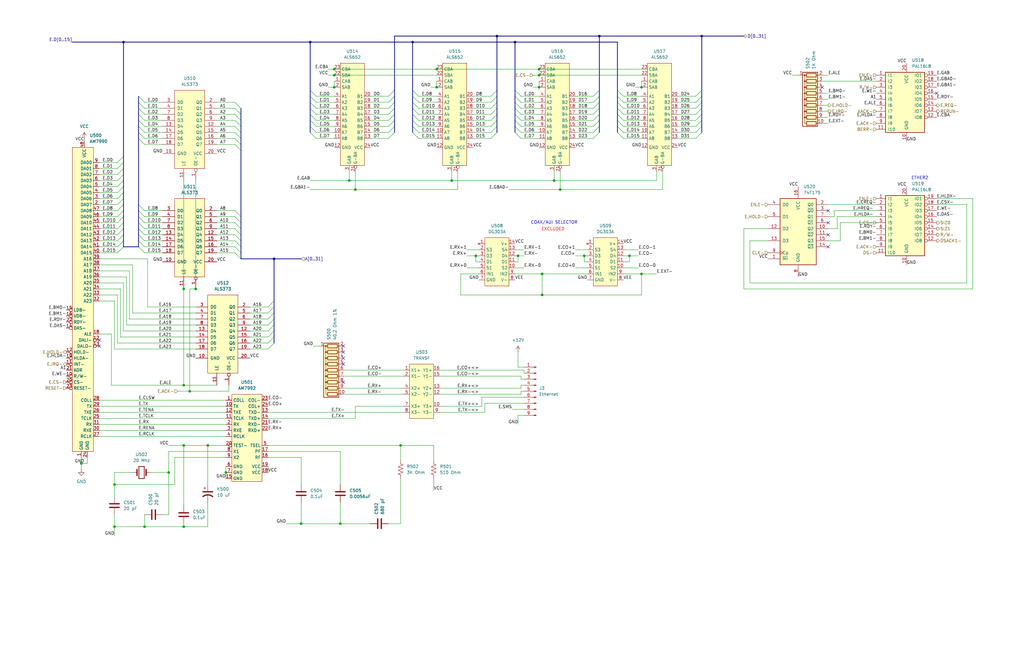
<source format=kicad_sch>
(kicad_sch (version 20231120) (generator "eeschema") (generator_version "8.0")
  (paper "USLedger")
  (title_block (title "Ethernet") (date "2025-03-07") (rev "1"))
  (junction (at 184.15 29.21))
  (junction (at 77.47 187.96))
  (junction (at 295.91 15.24))
  (junction (at 115.57 109.22))
  (junction (at 87.63 187.96))
  (junction (at 48.26 222.25))
  (junction (at 140.97 29.21))
  (junction (at 252.73 15.24))
  (junction (at 149.86 80.01))
  (junction (at 227.33 36.83))
  (junction (at 217.17 17.78))
  (junction (at 184.15 36.83))
  (junction (at 130.81 17.78))
  (junction (at 71.12 199.39))
  (junction (at 147.32 76.2))
  (junction (at 60.96 222.25))
  (junction (at 190.5 76.2))
  (junction (at 265.43 107.95))
  (junction (at 246.38 107.95))
  (junction (at 95.25 199.39))
  (junction (at 233.68 76.2))
  (junction (at 228.6 115.57))
  (junction (at 227.33 29.21))
  (junction (at 48.26 204.47))
  (junction (at 82.55 121.92))
  (junction (at 270.51 36.83))
  (junction (at 236.22 80.01))
  (junction (at 228.6 124.46))
  (junction (at 127 220.98))
  (junction (at 140.97 36.83))
  (junction (at 200.66 107.95))
  (junction (at 143.51 220.98))
  (junction (at 77.47 222.25))
  (junction (at 77.47 162.56))
  (junction (at 168.91 187.96))
  (junction (at 218.44 107.95))
  (junction (at 52.07 17.78))
  (junction (at 227.33 31.75))
  (junction (at 80.01 165.1))
  (junction (at 140.97 31.75))
  (junction (at 77.47 121.92))
  (junction (at 173.99 17.78))
  (junction (at 34.29 195.58))
  (junction (at 209.55 15.24))
  (junction (at 270.51 115.57))
  (no_connect (at 144.78 148.59))
  (no_connect (at 349.25 93.98))
  (no_connect (at 41.91 146.05))
  (no_connect (at 349.25 104.14))
  (no_connect (at 144.78 153.67))
  (no_connect (at 144.78 161.29))
  (no_connect (at 346.71 36.83))
  (no_connect (at 41.91 143.51))
  (no_connect (at 144.78 146.05))
  (no_connect (at 349.25 99.06))
  (no_connect (at 394.97 39.37))
  (no_connect (at 144.78 151.13))
  (no_connect (at 349.25 88.9))
  (bus_entry (at 99.06 50.8) (size 2.54 2.54))
  (bus_entry (at 113.03 137.16) (size 2.54 -2.54))
  (bus_entry (at 217.17 50.8) (size 2.54 2.54))
  (bus_entry (at 163.83 48.26) (size 2.54 -2.54))
  (bus_entry (at 58.42 50.8) (size 2.54 2.54))
  (bus_entry (at 113.03 139.7) (size 2.54 -2.54))
  (bus_entry (at 250.19 48.26) (size 2.54 -2.54))
  (bus_entry (at 163.83 40.64) (size 2.54 -2.54))
  (bus_entry (at 173.99 43.18) (size 2.54 2.54))
  (bus_entry (at 163.83 43.18) (size 2.54 -2.54))
  (bus_entry (at 260.35 43.18) (size 2.54 2.54))
  (bus_entry (at 207.01 48.26) (size 2.54 -2.54))
  (bus_entry (at 173.99 38.1) (size 2.54 2.54))
  (bus_entry (at 52.07 81.28) (size -2.54 2.54))
  (bus_entry (at 99.06 96.52) (size 2.54 2.54))
  (bus_entry (at 99.06 43.18) (size 2.54 2.54))
  (bus_entry (at 58.42 93.98) (size 2.54 2.54))
  (bus_entry (at 163.83 45.72) (size 2.54 -2.54))
  (bus_entry (at 250.19 53.34) (size 2.54 -2.54))
  (bus_entry (at 130.81 55.88) (size 2.54 2.54))
  (bus_entry (at 130.81 48.26) (size 2.54 2.54))
  (bus_entry (at 293.37 50.8) (size 2.54 -2.54))
  (bus_entry (at 173.99 40.64) (size 2.54 2.54))
  (bus_entry (at 250.19 43.18) (size 2.54 -2.54))
  (bus_entry (at 293.37 58.42) (size 2.54 -2.54))
  (bus_entry (at 173.99 55.88) (size 2.54 2.54))
  (bus_entry (at 52.07 101.6) (size -2.54 2.54))
  (bus_entry (at 293.37 55.88) (size 2.54 -2.54))
  (bus_entry (at 52.07 66.04) (size -2.54 2.54))
  (bus_entry (at 173.99 50.8) (size 2.54 2.54))
  (bus_entry (at 207.01 45.72) (size 2.54 -2.54))
  (bus_entry (at 113.03 132.08) (size 2.54 -2.54))
  (bus_entry (at 207.01 53.34) (size 2.54 -2.54))
  (bus_entry (at 260.35 45.72) (size 2.54 2.54))
  (bus_entry (at 207.01 58.42) (size 2.54 -2.54))
  (bus_entry (at 163.83 53.34) (size 2.54 -2.54))
  (bus_entry (at 130.81 38.1) (size 2.54 2.54))
  (bus_entry (at 217.17 55.88) (size 2.54 2.54))
  (bus_entry (at 99.06 45.72) (size 2.54 2.54))
  (bus_entry (at 250.19 55.88) (size 2.54 -2.54))
  (bus_entry (at 113.03 129.54) (size 2.54 -2.54))
  (bus_entry (at 52.07 93.98) (size -2.54 2.54))
  (bus_entry (at 113.03 142.24) (size 2.54 -2.54))
  (bus_entry (at 207.01 40.64) (size 2.54 -2.54))
  (bus_entry (at 217.17 48.26) (size 2.54 2.54))
  (bus_entry (at 163.83 55.88) (size 2.54 -2.54))
  (bus_entry (at 58.42 53.34) (size 2.54 2.54))
  (bus_entry (at 250.19 40.64) (size 2.54 -2.54))
  (bus_entry (at 260.35 50.8) (size 2.54 2.54))
  (bus_entry (at 207.01 50.8) (size 2.54 -2.54))
  (bus_entry (at 99.06 60.96) (size 2.54 2.54))
  (bus_entry (at 293.37 43.18) (size 2.54 -2.54))
  (bus_entry (at 52.07 68.58) (size -2.54 2.54))
  (bus_entry (at 99.06 99.06) (size 2.54 2.54))
  (bus_entry (at 217.17 38.1) (size 2.54 2.54))
  (bus_entry (at 173.99 48.26) (size 2.54 2.54))
  (bus_entry (at 58.42 55.88) (size 2.54 2.54))
  (bus_entry (at 217.17 40.64) (size 2.54 2.54))
  (bus_entry (at 130.81 50.8) (size 2.54 2.54))
  (bus_entry (at 52.07 78.74) (size -2.54 2.54))
  (bus_entry (at 130.81 43.18) (size 2.54 2.54))
  (bus_entry (at 113.03 134.62) (size 2.54 -2.54))
  (bus_entry (at 260.35 48.26) (size 2.54 2.54))
  (bus_entry (at 52.07 91.44) (size -2.54 2.54))
  (bus_entry (at 52.07 99.06) (size -2.54 2.54))
  (bus_entry (at 99.06 104.14) (size 2.54 2.54))
  (bus_entry (at 99.06 91.44) (size 2.54 2.54))
  (bus_entry (at 293.37 45.72) (size 2.54 -2.54))
  (bus_entry (at 58.42 48.26) (size 2.54 2.54))
  (bus_entry (at 58.42 101.6) (size 2.54 2.54))
  (bus_entry (at 99.06 101.6) (size 2.54 2.54))
  (bus_entry (at 52.07 86.36) (size -2.54 2.54))
  (bus_entry (at 250.19 45.72) (size 2.54 -2.54))
  (bus_entry (at 217.17 43.18) (size 2.54 2.54))
  (bus_entry (at 99.06 48.26) (size 2.54 2.54))
  (bus_entry (at 130.81 45.72) (size 2.54 2.54))
  (bus_entry (at 99.06 58.42) (size 2.54 2.54))
  (bus_entry (at 58.42 45.72) (size 2.54 2.54))
  (bus_entry (at 173.99 45.72) (size 2.54 2.54))
  (bus_entry (at 99.06 53.34) (size 2.54 2.54))
  (bus_entry (at 130.81 40.64) (size 2.54 2.54))
  (bus_entry (at 52.07 76.2) (size -2.54 2.54))
  (bus_entry (at 163.83 50.8) (size 2.54 -2.54))
  (bus_entry (at 52.07 104.14) (size -2.54 2.54))
  (bus_entry (at 173.99 53.34) (size 2.54 2.54))
  (bus_entry (at 293.37 40.64) (size 2.54 -2.54))
  (bus_entry (at 58.42 88.9) (size 2.54 2.54))
  (bus_entry (at 250.19 50.8) (size 2.54 -2.54))
  (bus_entry (at 113.03 144.78) (size 2.54 -2.54))
  (bus_entry (at 99.06 106.68) (size 2.54 2.54))
  (bus_entry (at 260.35 40.64) (size 2.54 2.54))
  (bus_entry (at 130.81 53.34) (size 2.54 2.54))
  (bus_entry (at 113.03 147.32) (size 2.54 -2.54))
  (bus_entry (at 58.42 99.06) (size 2.54 2.54))
  (bus_entry (at 52.07 71.12) (size -2.54 2.54))
  (bus_entry (at 52.07 88.9) (size -2.54 2.54))
  (bus_entry (at 58.42 104.14) (size 2.54 2.54))
  (bus_entry (at 217.17 45.72) (size 2.54 2.54))
  (bus_entry (at 58.42 43.18) (size 2.54 2.54))
  (bus_entry (at 207.01 43.18) (size 2.54 -2.54))
  (bus_entry (at 58.42 86.36) (size 2.54 2.54))
  (bus_entry (at 52.07 96.52) (size -2.54 2.54))
  (bus_entry (at 217.17 53.34) (size 2.54 2.54))
  (bus_entry (at 260.35 38.1) (size 2.54 2.54))
  (bus_entry (at 58.42 91.44) (size 2.54 2.54))
  (bus_entry (at 163.83 58.42) (size 2.54 -2.54))
  (bus_entry (at 99.06 55.88) (size 2.54 2.54))
  (bus_entry (at 58.42 40.64) (size 2.54 2.54))
  (bus_entry (at 250.19 58.42) (size 2.54 -2.54))
  (bus_entry (at 260.35 53.34) (size 2.54 2.54))
  (bus_entry (at 58.42 96.52) (size 2.54 2.54))
  (bus_entry (at 52.07 73.66) (size -2.54 2.54))
  (bus_entry (at 207.01 55.88) (size 2.54 -2.54))
  (bus_entry (at 99.06 93.98) (size 2.54 2.54))
  (bus_entry (at 99.06 88.9) (size 2.54 2.54))
  (bus_entry (at 260.35 55.88) (size 2.54 2.54))
  (bus_entry (at 58.42 58.42) (size 2.54 2.54))
  (bus_entry (at 293.37 48.26) (size 2.54 -2.54))
  (bus_entry (at 293.37 53.34) (size 2.54 -2.54))
  (bus_entry (at 52.07 83.82) (size -2.54 2.54))
  (wire (pts (xy 168.91 194.31) (xy 168.91 187.96)))
  (wire (pts (xy 407.67 119.38) (xy 407.67 86.36)))
  (bus (pts (xy 101.6 99.06) (xy 101.6 101.6)))
  (wire (pts (xy 74.93 165.1) (xy 80.01 165.1)))
  (bus (pts (xy 58.42 43.18) (xy 58.42 45.72)))
  (wire (pts (xy 41.91 140.97) (xy 46.99 140.97)))
  (wire (pts (xy 217.17 105.41) (xy 220.98 105.41)))
  (bus (pts (xy 295.91 40.64) (xy 295.91 43.18)))
  (wire (pts (xy 60.96 93.98) (xy 68.58 93.98)))
  (bus (pts (xy 313.69 15.24) (xy 295.91 15.24)))
  (bus (pts (xy 173.99 43.18) (xy 173.99 40.64)))
  (wire (pts (xy 60.96 55.88) (xy 68.58 55.88)))
  (wire (pts (xy 41.91 93.98) (xy 49.53 93.98)))
  (wire (pts (xy 91.44 104.14) (xy 99.06 104.14)))
  (wire (pts (xy 77.47 222.25) (xy 87.63 222.25)))
  (wire (pts (xy 242.57 43.18) (xy 250.19 43.18)))
  (wire (pts (xy 77.47 187.96) (xy 77.47 213.36)))
  (wire (pts (xy 219.71 53.34) (xy 227.33 53.34)))
  (bus (pts (xy 209.55 40.64) (xy 209.55 38.1)))
  (wire (pts (xy 196.85 107.95) (xy 200.66 107.95)))
  (bus (pts (xy 52.07 104.14) (xy 58.42 104.14)))
  (wire (pts (xy 262.89 105.41) (xy 269.24 105.41)))
  (wire (pts (xy 156.21 43.18) (xy 163.83 43.18)))
  (wire (pts (xy 50.8 142.24) (xy 82.55 142.24)))
  (wire (pts (xy 105.41 142.24) (xy 113.03 142.24)))
  (bus (pts (xy 209.55 53.34) (xy 209.55 50.8)))
  (bus (pts (xy 217.17 53.34) (xy 217.17 50.8)))
  (wire (pts (xy 60.96 58.42) (xy 68.58 58.42)))
  (wire (pts (xy 91.44 88.9) (xy 99.06 88.9)))
  (wire (pts (xy 346.71 34.29) (xy 369.57 34.29)))
  (wire (pts (xy 218.44 107.95) (xy 220.98 107.95)))
  (bus (pts (xy 252.73 48.26) (xy 252.73 45.72)))
  (wire (pts (xy 91.44 99.06) (xy 99.06 99.06)))
  (wire (pts (xy 156.21 50.8) (xy 163.83 50.8)))
  (bus (pts (xy 115.57 109.22) (xy 127 109.22)))
  (wire (pts (xy 62.23 109.22) (xy 62.23 129.54)))
  (wire (pts (xy 133.35 53.34) (xy 140.97 53.34)))
  (wire (pts (xy 127 220.98) (xy 143.51 220.98)))
  (wire (pts (xy 242.57 50.8) (xy 250.19 50.8)))
  (bus (pts (xy 101.6 48.26) (xy 101.6 50.8)))
  (wire (pts (xy 41.91 179.07) (xy 95.25 179.07)))
  (bus (pts (xy 260.35 17.78) (xy 217.17 17.78)))
  (bus (pts (xy 166.37 38.1) (xy 166.37 15.24)))
  (wire (pts (xy 242.57 58.42) (xy 250.19 58.42)))
  (wire (pts (xy 143.51 220.98) (xy 156.21 220.98)))
  (wire (pts (xy 105.41 147.32) (xy 113.03 147.32)))
  (wire (pts (xy 105.41 132.08) (xy 113.03 132.08)))
  (wire (pts (xy 71.12 217.17) (xy 68.58 217.17)))
  (wire (pts (xy 219.71 162.56) (xy 220.98 162.56)))
  (wire (pts (xy 48.26 147.32) (xy 82.55 147.32)))
  (wire (pts (xy 48.26 222.25) (xy 60.96 222.25)))
  (bus (pts (xy 217.17 43.18) (xy 217.17 40.64)))
  (wire (pts (xy 163.83 220.98) (xy 168.91 220.98)))
  (wire (pts (xy 120.65 220.98) (xy 127 220.98)))
  (wire (pts (xy 219.71 48.26) (xy 227.33 48.26)))
  (wire (pts (xy 267.97 36.83) (xy 270.51 36.83)))
  (bus (pts (xy 115.57 139.7) (xy 115.57 142.24)))
  (wire (pts (xy 168.91 220.98) (xy 168.91 201.93)))
  (wire (pts (xy 80.01 165.1) (xy 80.01 121.92)))
  (bus (pts (xy 173.99 40.64) (xy 173.99 38.1)))
  (bus (pts (xy 130.81 55.88) (xy 130.81 53.34)))
  (wire (pts (xy 80.01 165.1) (xy 96.52 165.1)))
  (wire (pts (xy 156.21 53.34) (xy 163.83 53.34)))
  (bus (pts (xy 260.35 53.34) (xy 260.35 50.8)))
  (bus (pts (xy 52.07 17.78) (xy 52.07 66.04)))
  (wire (pts (xy 262.89 53.34) (xy 270.51 53.34)))
  (bus (pts (xy 115.57 127) (xy 115.57 129.54)))
  (bus (pts (xy 209.55 45.72) (xy 209.55 43.18)))
  (wire (pts (xy 41.91 76.2) (xy 49.53 76.2)))
  (wire (pts (xy 41.91 81.28) (xy 49.53 81.28)))
  (wire (pts (xy 184.15 34.29) (xy 184.15 36.83)))
  (wire (pts (xy 60.96 222.25) (xy 60.96 217.17)))
  (bus (pts (xy 52.07 76.2) (xy 52.07 78.74)))
  (bus (pts (xy 52.07 91.44) (xy 52.07 93.98)))
  (wire (pts (xy 349.25 46.99) (xy 346.71 46.99)))
  (bus (pts (xy 52.07 86.36) (xy 52.07 88.9)))
  (wire (pts (xy 349.25 52.07) (xy 346.71 52.07)))
  (bus (pts (xy 173.99 48.26) (xy 173.99 45.72)))
  (wire (pts (xy 140.97 29.21) (xy 184.15 29.21)))
  (wire (pts (xy 41.91 99.06) (xy 49.53 99.06)))
  (wire (pts (xy 349.25 49.53) (xy 346.71 49.53)))
  (wire (pts (xy 176.53 53.34) (xy 184.15 53.34)))
  (wire (pts (xy 242.57 107.95) (xy 246.38 107.95)))
  (wire (pts (xy 113.03 196.85) (xy 113.03 199.39)))
  (wire (pts (xy 140.97 31.75) (xy 184.15 31.75)))
  (wire (pts (xy 133.35 43.18) (xy 140.97 43.18)))
  (bus (pts (xy 252.73 45.72) (xy 252.73 43.18)))
  (bus (pts (xy 58.42 93.98) (xy 58.42 96.52)))
  (wire (pts (xy 233.68 76.2) (xy 276.86 76.2)))
  (bus (pts (xy 115.57 134.62) (xy 115.57 137.16)))
  (wire (pts (xy 194.31 115.57) (xy 194.31 124.46)))
  (wire (pts (xy 184.15 29.21) (xy 227.33 29.21)))
  (wire (pts (xy 156.21 55.88) (xy 163.83 55.88)))
  (wire (pts (xy 219.71 163.83) (xy 219.71 162.56)))
  (wire (pts (xy 353.06 96.52) (xy 353.06 91.44)))
  (wire (pts (xy 41.91 91.44) (xy 49.53 91.44)))
  (wire (pts (xy 323.85 96.52) (xy 313.69 96.52)))
  (bus (pts (xy 52.07 88.9) (xy 52.07 91.44)))
  (wire (pts (xy 217.17 107.95) (xy 218.44 107.95)))
  (wire (pts (xy 91.44 93.98) (xy 99.06 93.98)))
  (wire (pts (xy 176.53 40.64) (xy 184.15 40.64)))
  (wire (pts (xy 196.85 105.41) (xy 201.93 105.41)))
  (bus (pts (xy 101.6 45.72) (xy 101.6 48.26)))
  (bus (pts (xy 52.07 73.66) (xy 52.07 76.2)))
  (wire (pts (xy 349.25 44.45) (xy 346.71 44.45)))
  (wire (pts (xy 48.26 204.47) (xy 73.66 204.47)))
  (bus (pts (xy 173.99 45.72) (xy 173.99 43.18)))
  (wire (pts (xy 52.07 139.7) (xy 82.55 139.7)))
  (bus (pts (xy 209.55 55.88) (xy 209.55 53.34)))
  (wire (pts (xy 41.91 127) (xy 48.26 127)))
  (wire (pts (xy 262.89 107.95) (xy 265.43 107.95)))
  (wire (pts (xy 316.23 101.6) (xy 316.23 119.38)))
  (wire (pts (xy 41.91 71.12) (xy 49.53 71.12)))
  (wire (pts (xy 127 204.47) (xy 127 193.04)))
  (wire (pts (xy 349.25 86.36) (xy 369.57 86.36)))
  (wire (pts (xy 77.47 162.56) (xy 91.44 162.56)))
  (wire (pts (xy 77.47 187.96) (xy 87.63 187.96)))
  (bus (pts (xy 209.55 48.26) (xy 209.55 45.72)))
  (wire (pts (xy 60.96 48.26) (xy 68.58 48.26)))
  (wire (pts (xy 246.38 107.95) (xy 246.38 110.49)))
  (wire (pts (xy 182.88 194.31) (xy 182.88 187.96)))
  (wire (pts (xy 127 220.98) (xy 127 212.09)))
  (bus (pts (xy 52.07 96.52) (xy 52.07 99.06)))
  (bus (pts (xy 101.6 58.42) (xy 101.6 60.96)))
  (wire (pts (xy 87.63 222.25) (xy 87.63 212.09)))
  (bus (pts (xy 260.35 40.64) (xy 260.35 38.1)))
  (wire (pts (xy 138.43 31.75) (xy 140.97 31.75)))
  (wire (pts (xy 262.89 50.8) (xy 270.51 50.8)))
  (wire (pts (xy 185.42 163.83) (xy 219.71 163.83)))
  (wire (pts (xy 41.91 109.22) (xy 62.23 109.22)))
  (wire (pts (xy 73.66 193.04) (xy 95.25 193.04)))
  (wire (pts (xy 80.01 121.92) (xy 82.55 121.92)))
  (wire (pts (xy 218.44 179.07) (xy 218.44 175.26)))
  (wire (pts (xy 91.44 60.96) (xy 99.06 60.96)))
  (bus (pts (xy 252.73 38.1) (xy 252.73 15.24)))
  (wire (pts (xy 49.53 124.46) (xy 49.53 144.78)))
  (bus (pts (xy 130.81 48.26) (xy 130.81 45.72)))
  (wire (pts (xy 91.44 48.26) (xy 99.06 48.26)))
  (bus (pts (xy 130.81 45.72) (xy 130.81 43.18)))
  (bus (pts (xy 295.91 53.34) (xy 295.91 55.88)))
  (bus (pts (xy 101.6 53.34) (xy 101.6 55.88)))
  (wire (pts (xy 95.25 196.85) (xy 95.25 199.39)))
  (wire (pts (xy 246.38 107.95) (xy 247.65 107.95)))
  (wire (pts (xy 227.33 34.29) (xy 227.33 36.83)))
  (wire (pts (xy 185.42 156.21) (xy 220.98 156.21)))
  (bus (pts (xy 260.35 55.88) (xy 260.35 53.34)))
  (bus (pts (xy 295.91 50.8) (xy 295.91 53.34)))
  (wire (pts (xy 132.08 146.05) (xy 134.62 146.05)))
  (wire (pts (xy 87.63 187.96) (xy 87.63 204.47)))
  (wire (pts (xy 236.22 80.01) (xy 236.22 72.39)))
  (wire (pts (xy 351.79 88.9) (xy 369.57 88.9)))
  (wire (pts (xy 203.2 167.64) (xy 220.98 167.64)))
  (wire (pts (xy 185.42 171.45) (xy 203.2 171.45)))
  (wire (pts (xy 270.51 115.57) (xy 262.89 115.57)))
  (bus (pts (xy 101.6 91.44) (xy 101.6 93.98)))
  (wire (pts (xy 91.44 96.52) (xy 99.06 96.52)))
  (wire (pts (xy 71.12 199.39) (xy 71.12 217.17)))
  (bus (pts (xy 166.37 43.18) (xy 166.37 40.64)))
  (wire (pts (xy 91.44 53.34) (xy 99.06 53.34)))
  (bus (pts (xy 101.6 101.6) (xy 101.6 104.14)))
  (bus (pts (xy 52.07 101.6) (xy 52.07 104.14)))
  (wire (pts (xy 60.96 60.96) (xy 68.58 60.96)))
  (wire (pts (xy 219.71 40.64) (xy 227.33 40.64)))
  (bus (pts (xy 295.91 48.26) (xy 295.91 50.8)))
  (wire (pts (xy 71.12 199.39) (xy 71.12 190.5)))
  (wire (pts (xy 35.56 58.42) (xy 35.56 59.69)))
  (wire (pts (xy 147.32 76.2) (xy 190.5 76.2)))
  (wire (pts (xy 214.63 80.01) (xy 236.22 80.01)))
  (wire (pts (xy 285.75 45.72) (xy 293.37 45.72)))
  (wire (pts (xy 87.63 187.96) (xy 95.25 187.96)))
  (wire (pts (xy 190.5 76.2) (xy 233.68 76.2)))
  (wire (pts (xy 394.97 86.36) (xy 407.67 86.36)))
  (wire (pts (xy 144.78 163.83) (xy 170.18 163.83)))
  (wire (pts (xy 176.53 58.42) (xy 184.15 58.42)))
  (bus (pts (xy 52.07 99.06) (xy 52.07 101.6)))
  (bus (pts (xy 209.55 15.24) (xy 252.73 15.24)))
  (wire (pts (xy 349.25 101.6) (xy 354.33 101.6)))
  (wire (pts (xy 34.29 195.58) (xy 36.83 195.58)))
  (wire (pts (xy 262.89 55.88) (xy 270.51 55.88)))
  (wire (pts (xy 218.44 148.59) (xy 218.44 154.94)))
  (wire (pts (xy 219.71 43.18) (xy 227.33 43.18)))
  (wire (pts (xy 91.44 43.18) (xy 99.06 43.18)))
  (bus (pts (xy 260.35 38.1) (xy 260.35 17.78)))
  (wire (pts (xy 219.71 160.02) (xy 220.98 160.02)))
  (bus (pts (xy 260.35 48.26) (xy 260.35 45.72)))
  (wire (pts (xy 63.5 199.39) (xy 71.12 199.39)))
  (wire (pts (xy 130.81 76.2) (xy 147.32 76.2)))
  (wire (pts (xy 285.75 58.42) (xy 293.37 58.42)))
  (wire (pts (xy 334.01 31.75) (xy 336.55 31.75)))
  (wire (pts (xy 95.25 199.39) (xy 95.25 201.93)))
  (wire (pts (xy 193.04 80.01) (xy 193.04 72.39)))
  (wire (pts (xy 53.34 137.16) (xy 82.55 137.16)))
  (bus (pts (xy 209.55 50.8) (xy 209.55 48.26)))
  (wire (pts (xy 144.78 158.75) (xy 170.18 158.75)))
  (wire (pts (xy 143.51 190.5) (xy 113.03 190.5)))
  (wire (pts (xy 60.96 45.72) (xy 68.58 45.72)))
  (wire (pts (xy 41.91 104.14) (xy 49.53 104.14)))
  (wire (pts (xy 156.21 48.26) (xy 163.83 48.26)))
  (wire (pts (xy 149.86 171.45) (xy 170.18 171.45)))
  (bus (pts (xy 217.17 55.88) (xy 217.17 53.34)))
  (wire (pts (xy 105.41 129.54) (xy 113.03 129.54)))
  (bus (pts (xy 166.37 45.72) (xy 166.37 43.18)))
  (wire (pts (xy 60.96 104.14) (xy 68.58 104.14)))
  (wire (pts (xy 34.29 198.12) (xy 34.29 195.58)))
  (wire (pts (xy 41.91 116.84) (xy 53.34 116.84)))
  (wire (pts (xy 228.6 124.46) (xy 270.51 124.46)))
  (wire (pts (xy 204.47 170.18) (xy 220.98 170.18)))
  (wire (pts (xy 276.86 76.2) (xy 276.86 72.39)))
  (bus (pts (xy 52.07 66.04) (xy 52.07 68.58)))
  (wire (pts (xy 133.35 55.88) (xy 140.97 55.88)))
  (bus (pts (xy 101.6 104.14) (xy 101.6 106.68)))
  (wire (pts (xy 354.33 101.6) (xy 354.33 93.98)))
  (wire (pts (xy 219.71 50.8) (xy 227.33 50.8)))
  (wire (pts (xy 41.91 119.38) (xy 52.07 119.38)))
  (wire (pts (xy 228.6 124.46) (xy 228.6 115.57)))
  (wire (pts (xy 279.4 80.01) (xy 279.4 72.39)))
  (wire (pts (xy 133.35 40.64) (xy 140.97 40.64)))
  (bus (pts (xy 252.73 55.88) (xy 252.73 53.34)))
  (bus (pts (xy 52.07 71.12) (xy 52.07 73.66)))
  (wire (pts (xy 60.96 96.52) (xy 68.58 96.52)))
  (wire (pts (xy 219.71 45.72) (xy 227.33 45.72)))
  (wire (pts (xy 138.43 29.21) (xy 140.97 29.21)))
  (bus (pts (xy 295.91 45.72) (xy 295.91 48.26)))
  (wire (pts (xy 41.91 173.99) (xy 95.25 173.99)))
  (wire (pts (xy 349.25 31.75) (xy 346.71 31.75)))
  (wire (pts (xy 285.75 43.18) (xy 293.37 43.18)))
  (bus (pts (xy 166.37 55.88) (xy 166.37 53.34)))
  (wire (pts (xy 242.57 45.72) (xy 250.19 45.72)))
  (bus (pts (xy 209.55 43.18) (xy 209.55 40.64)))
  (wire (pts (xy 220.98 156.21) (xy 220.98 157.48)))
  (wire (pts (xy 410.21 83.82) (xy 394.97 83.82)))
  (bus (pts (xy 58.42 48.26) (xy 58.42 50.8)))
  (bus (pts (xy 130.81 38.1) (xy 130.81 17.78)))
  (wire (pts (xy 270.51 115.57) (xy 276.86 115.57)))
  (wire (pts (xy 105.41 137.16) (xy 113.03 137.16)))
  (wire (pts (xy 60.96 222.25) (xy 77.47 222.25)))
  (wire (pts (xy 133.35 58.42) (xy 140.97 58.42)))
  (wire (pts (xy 285.75 40.64) (xy 293.37 40.64)))
  (bus (pts (xy 166.37 50.8) (xy 166.37 48.26)))
  (wire (pts (xy 138.43 36.83) (xy 140.97 36.83)))
  (bus (pts (xy 173.99 17.78) (xy 130.81 17.78)))
  (wire (pts (xy 199.39 50.8) (xy 207.01 50.8)))
  (wire (pts (xy 91.44 101.6) (xy 99.06 101.6)))
  (wire (pts (xy 224.79 36.83) (xy 227.33 36.83)))
  (wire (pts (xy 54.61 134.62) (xy 82.55 134.62)))
  (wire (pts (xy 55.88 132.08) (xy 82.55 132.08)))
  (wire (pts (xy 349.25 39.37) (xy 346.71 39.37)))
  (wire (pts (xy 200.66 107.95) (xy 201.93 107.95)))
  (wire (pts (xy 242.57 40.64) (xy 250.19 40.64)))
  (wire (pts (xy 49.53 144.78) (xy 82.55 144.78)))
  (bus (pts (xy 217.17 45.72) (xy 217.17 43.18)))
  (bus (pts (xy 30.48 17.78) (xy 52.07 17.78)))
  (wire (pts (xy 236.22 80.01) (xy 279.4 80.01)))
  (wire (pts (xy 41.91 171.45) (xy 95.25 171.45)))
  (wire (pts (xy 55.88 111.76) (xy 55.88 132.08)))
  (wire (pts (xy 233.68 76.2) (xy 233.68 72.39)))
  (wire (pts (xy 199.39 43.18) (xy 207.01 43.18)))
  (wire (pts (xy 54.61 114.3) (xy 54.61 134.62)))
  (bus (pts (xy 101.6 93.98) (xy 101.6 96.52)))
  (wire (pts (xy 50.8 121.92) (xy 50.8 142.24)))
  (wire (pts (xy 200.66 107.95) (xy 200.66 110.49)))
  (bus (pts (xy 173.99 38.1) (xy 173.99 17.78)))
  (wire (pts (xy 354.33 93.98) (xy 369.57 93.98)))
  (wire (pts (xy 41.91 176.53) (xy 95.25 176.53)))
  (wire (pts (xy 242.57 105.41) (xy 247.65 105.41)))
  (wire (pts (xy 219.71 165.1) (xy 220.98 165.1)))
  (wire (pts (xy 41.91 101.6) (xy 49.53 101.6)))
  (bus (pts (xy 58.42 53.34) (xy 58.42 55.88)))
  (wire (pts (xy 313.69 96.52) (xy 313.69 121.92)))
  (bus (pts (xy 52.07 83.82) (xy 52.07 86.36)))
  (wire (pts (xy 242.57 113.03) (xy 247.65 113.03)))
  (wire (pts (xy 82.55 76.2) (xy 82.55 121.92)))
  (wire (pts (xy 199.39 40.64) (xy 207.01 40.64)))
  (wire (pts (xy 91.44 50.8) (xy 99.06 50.8)))
  (wire (pts (xy 41.91 111.76) (xy 55.88 111.76)))
  (wire (pts (xy 270.51 34.29) (xy 270.51 36.83)))
  (bus (pts (xy 217.17 50.8) (xy 217.17 48.26)))
  (bus (pts (xy 101.6 63.5) (xy 101.6 91.44)))
  (wire (pts (xy 77.47 121.92) (xy 77.47 162.56)))
  (bus (pts (xy 252.73 40.64) (xy 252.73 38.1)))
  (bus (pts (xy 252.73 15.24) (xy 295.91 15.24)))
  (bus (pts (xy 101.6 60.96) (xy 101.6 63.5)))
  (bus (pts (xy 173.99 50.8) (xy 173.99 48.26)))
  (bus (pts (xy 166.37 40.64) (xy 166.37 38.1)))
  (bus (pts (xy 130.81 50.8) (xy 130.81 48.26)))
  (wire (pts (xy 60.96 106.68) (xy 68.58 106.68)))
  (wire (pts (xy 149.86 176.53) (xy 113.03 176.53)))
  (wire (pts (xy 143.51 220.98) (xy 143.51 212.09)))
  (wire (pts (xy 176.53 43.18) (xy 184.15 43.18)))
  (bus (pts (xy 295.91 43.18) (xy 295.91 45.72)))
  (wire (pts (xy 199.39 55.88) (xy 207.01 55.88)))
  (wire (pts (xy 316.23 119.38) (xy 407.67 119.38)))
  (wire (pts (xy 313.69 121.92) (xy 410.21 121.92)))
  (wire (pts (xy 182.88 201.93) (xy 182.88 207.01)))
  (wire (pts (xy 181.61 36.83) (xy 184.15 36.83)))
  (bus (pts (xy 52.07 68.58) (xy 52.07 71.12)))
  (wire (pts (xy 265.43 107.95) (xy 269.24 107.95)))
  (wire (pts (xy 220.98 154.94) (xy 218.44 154.94)))
  (wire (pts (xy 204.47 173.99) (xy 204.47 170.18)))
  (wire (pts (xy 60.96 53.34) (xy 68.58 53.34)))
  (wire (pts (xy 285.75 50.8) (xy 293.37 50.8)))
  (wire (pts (xy 262.89 58.42) (xy 270.51 58.42)))
  (wire (pts (xy 46.99 162.56) (xy 77.47 162.56)))
  (wire (pts (xy 60.96 43.18) (xy 68.58 43.18)))
  (wire (pts (xy 41.91 86.36) (xy 49.53 86.36)))
  (bus (pts (xy 130.81 53.34) (xy 130.81 50.8)))
  (wire (pts (xy 246.38 110.49) (xy 247.65 110.49)))
  (bus (pts (xy 58.42 86.36) (xy 58.42 88.9)))
  (wire (pts (xy 265.43 107.95) (xy 265.43 110.49)))
  (wire (pts (xy 196.85 113.03) (xy 201.93 113.03)))
  (wire (pts (xy 203.2 171.45) (xy 203.2 167.64)))
  (wire (pts (xy 185.42 158.75) (xy 219.71 158.75)))
  (bus (pts (xy 295.91 15.24) (xy 295.91 38.1)))
  (bus (pts (xy 166.37 15.24) (xy 209.55 15.24)))
  (wire (pts (xy 224.79 31.75) (xy 227.33 31.75)))
  (bus (pts (xy 58.42 101.6) (xy 58.42 104.14)))
  (wire (pts (xy 149.86 171.45) (xy 149.86 176.53)))
  (wire (pts (xy 91.44 58.42) (xy 99.06 58.42)))
  (wire (pts (xy 140.97 34.29) (xy 140.97 36.83)))
  (wire (pts (xy 242.57 53.34) (xy 250.19 53.34)))
  (wire (pts (xy 48.26 127) (xy 48.26 147.32)))
  (wire (pts (xy 41.91 96.52) (xy 49.53 96.52)))
  (wire (pts (xy 41.91 124.46) (xy 49.53 124.46)))
  (wire (pts (xy 71.12 190.5) (xy 95.25 190.5)))
  (wire (pts (xy 219.71 55.88) (xy 227.33 55.88)))
  (wire (pts (xy 176.53 48.26) (xy 184.15 48.26)))
  (wire (pts (xy 41.91 168.91) (xy 95.25 168.91)))
  (wire (pts (xy 168.91 187.96) (xy 113.03 187.96)))
  (bus (pts (xy 58.42 91.44) (xy 58.42 93.98)))
  (wire (pts (xy 77.47 76.2) (xy 77.47 121.92)))
  (wire (pts (xy 176.53 45.72) (xy 184.15 45.72)))
  (wire (pts (xy 218.44 107.95) (xy 218.44 110.49)))
  (wire (pts (xy 410.21 83.82) (xy 410.21 121.92)))
  (wire (pts (xy 96.52 165.1) (xy 96.52 162.56)))
  (wire (pts (xy 60.96 101.6) (xy 68.58 101.6)))
  (wire (pts (xy 262.89 43.18) (xy 270.51 43.18)))
  (bus (pts (xy 58.42 58.42) (xy 58.42 86.36)))
  (bus (pts (xy 295.91 38.1) (xy 295.91 40.64)))
  (wire (pts (xy 176.53 50.8) (xy 184.15 50.8)))
  (wire (pts (xy 41.91 114.3) (xy 54.61 114.3)))
  (wire (pts (xy 349.25 91.44) (xy 351.79 91.44)))
  (wire (pts (xy 60.96 91.44) (xy 68.58 91.44)))
  (wire (pts (xy 41.91 73.66) (xy 49.53 73.66)))
  (wire (pts (xy 133.35 45.72) (xy 140.97 45.72)))
  (wire (pts (xy 227.33 31.75) (xy 270.51 31.75)))
  (bus (pts (xy 58.42 40.64) (xy 58.42 43.18)))
  (wire (pts (xy 62.23 129.54) (xy 82.55 129.54)))
  (wire (pts (xy 77.47 222.25) (xy 77.47 220.98)))
  (bus (pts (xy 166.37 48.26) (xy 166.37 45.72)))
  (bus (pts (xy 115.57 137.16) (xy 115.57 139.7)))
  (wire (pts (xy 41.91 184.15) (xy 95.25 184.15)))
  (wire (pts (xy 176.53 55.88) (xy 184.15 55.88)))
  (wire (pts (xy 91.44 106.68) (xy 99.06 106.68)))
  (wire (pts (xy 60.96 50.8) (xy 68.58 50.8)))
  (wire (pts (xy 265.43 110.49) (xy 262.89 110.49)))
  (wire (pts (xy 262.89 45.72) (xy 270.51 45.72)))
  (wire (pts (xy 199.39 48.26) (xy 207.01 48.26)))
  (bus (pts (xy 173.99 53.34) (xy 173.99 50.8)))
  (wire (pts (xy 349.25 96.52) (xy 353.06 96.52)))
  (wire (pts (xy 156.21 58.42) (xy 163.83 58.42)))
  (wire (pts (xy 190.5 76.2) (xy 190.5 72.39)))
  (wire (pts (xy 149.86 80.01) (xy 149.86 72.39)))
  (bus (pts (xy 252.73 50.8) (xy 252.73 48.26)))
  (wire (pts (xy 46.99 140.97) (xy 46.99 162.56)))
  (bus (pts (xy 58.42 88.9) (xy 58.42 91.44)))
  (wire (pts (xy 201.93 115.57) (xy 194.31 115.57)))
  (bus (pts (xy 101.6 96.52) (xy 101.6 99.06)))
  (wire (pts (xy 285.75 53.34) (xy 293.37 53.34)))
  (wire (pts (xy 170.18 166.37) (xy 144.78 166.37)))
  (wire (pts (xy 130.81 80.01) (xy 149.86 80.01)))
  (wire (pts (xy 218.44 175.26) (xy 220.98 175.26)))
  (bus (pts (xy 115.57 132.08) (xy 115.57 134.62)))
  (bus (pts (xy 217.17 48.26) (xy 217.17 45.72)))
  (bus (pts (xy 166.37 53.34) (xy 166.37 50.8)))
  (wire (pts (xy 227.33 29.21) (xy 270.51 29.21)))
  (wire (pts (xy 199.39 58.42) (xy 207.01 58.42)))
  (wire (pts (xy 41.91 88.9) (xy 49.53 88.9)))
  (bus (pts (xy 209.55 38.1) (xy 209.55 15.24)))
  (bus (pts (xy 58.42 45.72) (xy 58.42 48.26)))
  (wire (pts (xy 285.75 55.88) (xy 293.37 55.88)))
  (wire (pts (xy 41.91 121.92) (xy 50.8 121.92)))
  (wire (pts (xy 242.57 55.88) (xy 250.19 55.88)))
  (wire (pts (xy 262.89 40.64) (xy 270.51 40.64)))
  (wire (pts (xy 41.91 181.61) (xy 95.25 181.61)))
  (wire (pts (xy 219.71 58.42) (xy 227.33 58.42)))
  (bus (pts (xy 173.99 55.88) (xy 173.99 53.34)))
  (wire (pts (xy 147.32 76.2) (xy 147.32 72.39)))
  (wire (pts (xy 219.71 158.75) (xy 219.71 160.02)))
  (wire (pts (xy 41.91 78.74) (xy 49.53 78.74)))
  (wire (pts (xy 199.39 45.72) (xy 207.01 45.72)))
  (bus (pts (xy 260.35 43.18) (xy 260.35 40.64)))
  (wire (pts (xy 91.44 45.72) (xy 99.06 45.72)))
  (wire (pts (xy 285.75 48.26) (xy 293.37 48.26)))
  (bus (pts (xy 52.07 93.98) (xy 52.07 96.52)))
  (bus (pts (xy 217.17 40.64) (xy 217.17 38.1)))
  (bus (pts (xy 260.35 45.72) (xy 260.35 43.18)))
  (wire (pts (xy 91.44 55.88) (xy 99.06 55.88)))
  (wire (pts (xy 53.34 116.84) (xy 53.34 137.16)))
  (bus (pts (xy 52.07 78.74) (xy 52.07 81.28)))
  (wire (pts (xy 113.03 173.99) (xy 170.18 173.99)))
  (bus (pts (xy 101.6 55.88) (xy 101.6 58.42)))
  (bus (pts (xy 130.81 17.78) (xy 52.07 17.78)))
  (bus (pts (xy 58.42 55.88) (xy 58.42 58.42)))
  (wire (pts (xy 143.51 204.47) (xy 143.51 190.5)))
  (wire (pts (xy 228.6 115.57) (xy 217.17 115.57)))
  (wire (pts (xy 60.96 88.9) (xy 68.58 88.9)))
  (wire (pts (xy 48.26 209.55) (xy 48.26 204.47)))
  (wire (pts (xy 48.26 204.47) (xy 48.26 199.39)))
  (wire (pts (xy 200.66 110.49) (xy 201.93 110.49)))
  (wire (pts (xy 133.35 50.8) (xy 140.97 50.8)))
  (wire (pts (xy 91.44 91.44) (xy 99.06 91.44)))
  (wire (pts (xy 351.79 91.44) (xy 351.79 88.9)))
  (wire (pts (xy 149.86 80.01) (xy 193.04 80.01)))
  (bus (pts (xy 58.42 99.06) (xy 58.42 101.6)))
  (wire (pts (xy 71.12 187.96) (xy 77.47 187.96)))
  (bus (pts (xy 58.42 96.52) (xy 58.42 99.06)))
  (wire (pts (xy 228.6 115.57) (xy 247.65 115.57)))
  (wire (pts (xy 34.29 195.58) (xy 34.29 193.04)))
  (bus (pts (xy 252.73 53.34) (xy 252.73 50.8)))
  (wire (pts (xy 36.83 195.58) (xy 36.83 193.04)))
  (bus (pts (xy 115.57 109.22) (xy 115.57 127)))
  (wire (pts (xy 144.78 156.21) (xy 170.18 156.21)))
  (wire (pts (xy 242.57 48.26) (xy 250.19 48.26)))
  (bus (pts (xy 52.07 81.28) (xy 52.07 83.82)))
  (wire (pts (xy 199.39 53.34) (xy 207.01 53.34)))
  (wire (pts (xy 262.89 113.03) (xy 269.24 113.03)))
  (bus (pts (xy 217.17 38.1) (xy 217.17 17.78)))
  (wire (pts (xy 156.21 40.64) (xy 163.83 40.64)))
  (wire (pts (xy 215.9 172.72) (xy 220.98 172.72)))
  (wire (pts (xy 41.91 68.58) (xy 49.53 68.58)))
  (bus (pts (xy 101.6 106.68) (xy 101.6 109.22)))
  (wire (pts (xy 270.51 124.46) (xy 270.51 115.57)))
  (wire (pts (xy 48.26 199.39) (xy 55.88 199.39)))
  (wire (pts (xy 127 193.04) (xy 113.03 193.04)))
  (bus (pts (xy 130.81 43.18) (xy 130.81 40.64)))
  (wire (pts (xy 353.06 91.44) (xy 369.57 91.44)))
  (bus (pts (xy 101.6 50.8) (xy 101.6 53.34)))
  (bus (pts (xy 115.57 142.24) (xy 115.57 144.78)))
  (wire (pts (xy 219.71 166.37) (xy 219.71 165.1)))
  (wire (pts (xy 323.85 101.6) (xy 316.23 101.6)))
  (wire (pts (xy 105.41 134.62) (xy 113.03 134.62)))
  (wire (pts (xy 52.07 119.38) (xy 52.07 139.7)))
  (wire (pts (xy 105.41 139.7) (xy 113.03 139.7)))
  (wire (pts (xy 105.41 144.78) (xy 113.03 144.78)))
  (bus (pts (xy 130.81 40.64) (xy 130.81 38.1)))
  (wire (pts (xy 262.89 48.26) (xy 270.51 48.26)))
  (wire (pts (xy 133.35 48.26) (xy 140.97 48.26)))
  (wire (pts (xy 48.26 222.25) (xy 48.26 226.06)))
  (bus (pts (xy 260.35 50.8) (xy 260.35 48.26)))
  (wire (pts (xy 194.31 124.46) (xy 228.6 124.46)))
  (wire (pts (xy 156.21 45.72) (xy 163.83 45.72)))
  (wire (pts (xy 185.42 173.99) (xy 204.47 173.99)))
  (wire (pts (xy 182.88 187.96) (xy 168.91 187.96)))
  (wire (pts (xy 73.66 204.47) (xy 73.66 193.04)))
  (wire (pts (xy 48.26 217.17) (xy 48.26 222.25)))
  (bus (pts (xy 101.6 109.22) (xy 115.57 109.22)))
  (wire (pts (xy 60.96 99.06) (xy 68.58 99.06)))
  (bus (pts (xy 58.42 50.8) (xy 58.42 53.34)))
  (wire (pts (xy 185.42 166.37) (xy 219.71 166.37)))
  (bus (pts (xy 217.17 17.78) (xy 173.99 17.78)))
  (wire (pts (xy 41.91 83.82) (xy 49.53 83.82)))
  (wire (pts (xy 217.17 113.03) (xy 220.98 113.03)))
  (wire (pts (xy 349.25 41.91) (xy 346.71 41.91)))
  (bus (pts (xy 252.73 43.18) (xy 252.73 40.64)))
  (wire (pts (xy 41.91 106.68) (xy 49.53 106.68)))
  (wire (pts (xy 218.44 110.49) (xy 217.17 110.49)))
  (bus (pts (xy 115.57 129.54) (xy 115.57 132.08)))
  (text "EXCLUDED" (at 233.172 96.774 0) (effects (font (size 1.27 1.27))))
  (text "ETHER2" (at 387.858 75.184 0) (effects (font (size 1.27 1.27))))
  (text "COAX/AUI SELECTOR" (at 233.68 93.98 0) (effects (font (size 1.27 1.27))))
  (label "GND" (at 247.65 118.11 180))
  (label "D11" (at 200.66 48.26 0))
  (label "VCC" (at 382.27 26.67 180))
  (label "E.D2" (at 43.18 73.66 0))
  (label "A6" (at 92.71 58.42 0))
  (label "E.D13" (at 264.16 53.34 0))
  (label "A18" (at 106.68 134.62 0))
  (label "A11" (at 92.71 96.52 0))
  (label "E.D3" (at 43.18 76.2 0))
  (label "E.RX+1" (at 196.85 105.41 180))
  (label "E.D4" (at 43.18 78.74 0))
  (label "E.TX" (at 58.42 171.45 0))
  (label "E.RX+<>" (at 201.93 163.83 180))
  (label "VCC" (at 334.01 31.75 180))
  (label "D7" (at 157.48 58.42 0))
  (label "D1" (at 157.48 43.18 0))
  (label "GND" (at 68.58 64.77 180))
  (label "E.RX+" (at 154.94 163.83 0))
  (label "A14" (at 92.71 104.14 0))
  (label "E.HLDX-" (at 394.97 83.82 0))
  (label "E.D4" (at 62.23 53.34 0))
  (label "E.HLDA-" (at 27.94 151.13 180))
  (label "E.D8" (at 264.16 40.64 0))
  (label "E.D8" (at 62.23 88.9 0))
  (label "VCC" (at 138.43 31.75 180))
  (label "D29" (at 287.02 53.34 0))
  (label "E.A18" (at 72.39 134.62 180))
  (label "E.D12" (at 264.16 50.8 0))
  (label "E.D7" (at 134.62 58.42 0))
  (label "A1" (at 27.94 156.21 180))
  (label "E.D7" (at 43.18 86.36 0))
  (label "E.RDY-" (at 349.25 49.53 0))
  (label "VEE" (at 262.89 118.11 0))
  (label "E.RX-" (at 220.98 107.95 0))
  (label "E.D13" (at 43.18 101.6 0))
  (label "E.CBA" (at 138.43 29.21 180))
  (label "A1" (at 92.71 45.72 0))
  (label "A0" (at 92.71 43.18 0))
  (label "GND" (at 95.25 201.93 180))
  (label "VCC" (at 182.88 207.01 0))
  (label "VCC" (at 199.39 62.23 0))
  (label "E.ALE" (at 369.57 44.45 180))
  (label "E.BM0-" (at 349.25 39.37 0))
  (label "D14" (at 200.66 55.88 0))
  (label "E.D2" (at 134.62 45.72 0))
  (label "E.D4" (at 220.98 50.8 0))
  (label "E.CO-0" (at 269.24 113.03 0))
  (label "E.GAB" (at 130.81 76.2 180))
  (label "E.CO-" (at 269.24 107.95 0))
  (label "E.RDY-" (at 369.57 96.52 180))
  (label "E.D5" (at 62.23 55.88 0))
  (label "E.HLDA-" (at 369.57 49.53 180))
  (label "A10" (at 92.71 93.98 0))
  (label "E.GBA0-" (at 214.63 80.01 180))
  (label "VCC" (at 105.41 151.13 0))
  (label "VCC" (at 285.75 62.23 0))
  (label "E.D14" (at 62.23 104.14 0))
  (label "E.D[0..15]" (at 30.48 17.78 180))
  (label "D23" (at 243.84 58.42 0))
  (label "E.D4" (at 134.62 50.8 0))
  (label "D2" (at 157.48 45.72 0))
  (label "D12" (at 200.66 50.8 0))
  (label "E.D5" (at 220.98 53.34 0))
  (label "D13" (at 200.66 53.34 0))
  (label "E.CO+" (at 242.57 107.95 180))
  (label "E.CBA" (at 394.97 49.53 0))
  (label "D26" (at 287.02 45.72 0))
  (label "E.RX-1" (at 220.98 105.41 0))
  (label "E.HLDA-" (at 368.3 91.44 180))
  (label "E.D6" (at 220.98 55.88 0))
  (label "E.RENA" (at 58.42 181.61 0))
  (label "E.WE-" (at 27.94 158.75 180))
  (label "E.RX-0" (at 220.98 113.03 0))
  (label "VCC" (at 113.03 199.39 0))
  (label "E.D5" (at 134.62 53.34 0))
  (label "GND" (at 35.56 195.58 180))
  (label "D16" (at 243.84 40.64 0))
  (label "VCC" (at 35.56 59.69 180))
  (label "E.RDY-" (at 27.94 135.89 180))
  (label "E.RX" (at 58.42 179.07 0))
  (label "VCC" (at 71.12 187.96 180))
  (label "E.A22" (at 72.39 144.78 180))
  (label "E.D0" (at 62.23 43.18 0))
  (label "E.A20" (at 72.39 139.7 180))
  (label "E.D11" (at 62.23 96.52 0))
  (label "GND" (at 181.61 36.83 180))
  (label "E.A21" (at 72.39 142.24 180))
  (label "E.D15" (at 62.23 106.68 0))
  (label "A22" (at 106.68 144.78 0))
  (label "VCC" (at 382.27 78.74 180))
  (label "E.RX+" (at 196.85 107.95 180))
  (label "E.RX-<>" (at 201.93 166.37 180))
  (label "E.TX-" (at 139.7 173.99 0))
  (label "E.RX+" (at 113.03 181.61 0))
  (label "E.D3" (at 134.62 48.26 0))
  (label "A19" (at 106.68 137.16 0))
  (label "E.D9" (at 177.8 43.18 0))
  (label "A20" (at 106.68 139.7 0))
  (label "GND" (at 267.97 36.83 180))
  (label "GND" (at 184.15 62.23 180))
  (label "E.BM1-" (at 369.57 101.6 180))
  (label "E.CO+<>" (at 201.93 156.21 180))
  (label "E.D10" (at 177.8 45.72 0))
  (label "GND" (at 382.27 59.69 0))
  (label "E.D10" (at 43.18 93.98 0))
  (label "GND" (at 227.33 62.23 180))
  (label "E.D0" (at 220.98 40.64 0))
  (label "E.TX+" (at 139.7 176.53 0))
  (label "VEE" (at 217.17 118.11 0))
  (label "A9" (at 92.71 91.44 0))
  (label "A15" (at 92.71 106.68 0))
  (label "A4" (at 92.71 53.34 0))
  (label "E.D14" (at 264.16 55.88 0))
  (label "E.WE-" (at 394.97 88.9 0))
  (label "E.TX-<>" (at 201.93 173.99 180))
  (label "E.CO+" (at 113.03 171.45 0))
  (label "D6" (at 157.48 55.88 0))
  (label "D3" (at 157.48 48.26 0))
  (label "GND" (at 201.93 118.11 180))
  (label "E.D11" (at 43.18 96.52 0))
  (label "E.D8" (at 177.8 40.64 0))
  (label "A17" (at 106.68 132.08 0))
  (label "E.CSX-" (at 394.97 86.36 0))
  (label "E.BM0-" (at 369.57 99.06 180))
  (label "VCC" (at 323.85 109.22 180))
  (label "VCC" (at 262.89 102.87 0))
  (label "D9" (at 200.66 43.18 0))
  (label "E.D11" (at 264.16 48.26 0))
  (label "D15" (at 200.66 58.42 0))
  (label "A2" (at 92.71 48.26 0))
  (label "E.TX+<>" (at 201.93 171.45 180))
  (label "E.D13" (at 62.23 101.6 0))
  (label "GND" (at 82.55 151.13 180))
  (label "A21" (at 106.68 142.24 0))
  (label "A1" (at 369.57 41.91 180))
  (label "E.RX-" (at 154.94 166.37 0))
  (label "E.RX-" (at 113.03 179.07 0))
  (label "E.CO-1" (at 269.24 105.41 0))
  (label "E.RCLK" (at 58.42 184.15 0))
  (label "D0" (at 157.48 40.64 0))
  (label "E.D7" (at 220.98 58.42 0))
  (label "E.D10" (at 264.16 45.72 0))
  (label "A16" (at 106.68 129.54 0))
  (label "A8" (at 92.71 88.9 0))
  (label "E.D7" (at 62.23 60.96 0))
  (label "GND" (at 48.26 226.06 180))
  (label "D20" (at 243.84 50.8 0))
  (label "E.D13" (at 177.8 53.34 0))
  (label "E.D3" (at 62.23 50.8 0))
  (label "D4" (at 157.48 50.8 0))
  (label "E.GBA1-" (at 130.81 80.01 180))
  (label "E.D8" (at 43.18 88.9 0))
  (label "GND" (at 382.27 111.76 0))
  (label "E.A19" (at 72.39 137.16 180))
  (label "E.D1" (at 220.98 43.18 0))
  (label "A13" (at 92.71 101.6 0))
  (label "VCC" (at 91.44 110.49 0))
  (label "E.D12" (at 43.18 99.06 0))
  (label "D17" (at 243.84 43.18 0))
  (label "E.DAS-" (at 27.94 138.43 180))
  (label "GND" (at 120.65 220.98 180))
  (label "E.D1" (at 43.18 71.12 0))
  (label "GND" (at 140.97 62.23 180))
  (label "E.D1" (at 134.62 43.18 0))
  (label "D25" (at 287.02 43.18 0))
  (label "E.GAB" (at 394.97 31.75 0))
  (label "D22" (at 243.84 55.88 0))
  (label "GND" (at 218.44 179.07 180))
  (label "E.D12" (at 62.23 99.06 0))
  (label "D21" (at 243.84 53.34 0))
  (label "VCC" (at 336.55 78.74 180))
  (label "VCC" (at 156.21 62.23 0))
  (label "D24" (at 287.02 40.64 0))
  (label "VCC" (at 91.44 64.77 0))
  (label "E.D9" (at 43.18 91.44 0))
  (label "A7" (at 92.71 60.96 0))
  (label "E.DAS-" (at 394.97 91.44 0))
  (label "E.BM1-" (at 27.94 133.35 180))
  (label "E.D6" (at 62.23 58.42 0))
  (label "E.CLSW" (at 58.42 168.91 0))
  (label "D8" (at 200.66 40.64 0))
  (label "A5" (at 92.71 55.88 0))
  (label "E.D11" (at 177.8 48.26 0))
  (label "D28" (at 287.02 50.8 0))
  (label "D5" (at 157.48 53.34 0))
  (label "D19" (at 243.84 48.26 0))
  (label "E.D14" (at 43.18 104.14 0))
  (label "E.D9" (at 62.23 91.44 0))
  (label "D30" (at 287.02 55.88 0))
  (label "VCC" (at 242.57 62.23 0))
  (label "E.SMS" (at 215.9 172.72 180))
  (label "E.D2" (at 220.98 45.72 0))
  (label "E.EXT-" (at 276.86 115.57 0))
  (label "E.D9" (at 264.16 43.18 0))
  (label "A23" (at 106.68 147.32 0))
  (label "E.EXT-" (at 349.25 52.07 0))
  (label "E.A17" (at 72.39 132.08 180))
  (label "GND" (at 138.43 36.83 180))
  (label "E.CO-" (at 113.03 168.91 0))
  (label "E.D6" (at 134.62 55.88 0))
  (label "E.GBA0-" (at 394.97 34.29 0))
  (label "E.CO-<>" (at 201.93 158.75 180))
  (label "E.D15" (at 177.8 58.42 0))
  (label "E.CREQ-" (at 369.57 86.36 180))
  (label "E.A23" (at 72.39 147.32 180))
  (label "E.ALE" (at 349.25 31.75 0))
  (label "E.D12" (at 177.8 50.8 0))
  (label "E.D2" (at 62.23 48.26 0))
  (label "E.TCLK" (at 58.42 176.53 0))
  (label "E.D10" (at 62.23 93.98 0))
  (label "E.A16" (at 72.39 129.54 180))
  (label "E.DAS-" (at 369.57 34.29 180))
  (label "E.D5" (at 43.18 81.28 0))
  (label "E.D15" (at 264.16 58.42 0))
  (label "GND" (at 132.08 146.05 180))
  (label "E.D0" (at 134.62 40.64 0))
  (label "E.D1" (at 62.23 45.72 0))
  (label "E.GBA1-" (at 394.97 36.83 0))
  (label "VCC" (at 217.17 102.87 0))
  (label "E.CO+0" (at 242.57 113.03 180))
  (label "D10" (at 200.66 45.72 0))
  (label "GND" (at 224.79 36.83 180))
  (label "E.CO+1" (at 242.57 105.41 180))
  (label "E.BM0-" (at 27.94 130.81 180))
  (label "E.CO-" (at 154.94 158.75 0))
  (label "D18" (at 243.84 45.72 0))
  (label "E.CO+" (at 154.94 156.21 0))
  (label "E.D14" (at 177.8 55.88 0))
  (label "E.HREQ-" (at 368.3 88.9 180))
  (label "E.RX+0" (at 196.85 113.03 180))
  (label "E.D6" (at 43.18 83.82 0))
  (label "E.TENA" (at 58.42 173.99 0))
  (label "E.RDY-" (at 394.97 41.91 0))
  (label "E.D15" (at 43.18 106.68 0))
  (label "GND" (at 68.58 110.49 180))
  (label "E.D3" (at 220.98 48.26 0))
  (label "A12" (at 92.71 99.06 0))
  (label "E.ALE" (at 72.39 162.56 180))
  (label "E.BM1-" (at 349.25 41.91 0))
  (label "E.D0" (at 43.18 68.58 0))
  (label "D31" (at 287.02 58.42 0))
  (label "D27" (at 287.02 48.26 0))
  (label "E.WE-" (at 369.57 39.37 180))
  (label "GND" (at 336.55 116.84 0))
  (label "A3" (at 92.71 50.8 0))
  (label "GND" (at 270.51 62.23 180))
  (hierarchical_label "CLK-" (shape input) (at 323.85 106.68 180))
  (hierarchical_label "E.IRQ-" (shape output) (at 27.94 153.67 180))
  (hierarchical_label "E.CS-" (shape input) (at 369.57 93.98 180))
  (hierarchical_label "E.HOLD-" (shape input) (at 323.85 91.44 180))
  (hierarchical_label "E.ACK-" (shape input) (at 369.57 52.07 180))
  (hierarchical_label "E.HOLD-" (shape output) (at 27.94 148.59 180))
  (hierarchical_label "E.REQ-" (shape output) (at 394.97 44.45 0))
  (hierarchical_label "DS-" (shape input) (at 369.57 106.68 180))
  (hierarchical_label "EN.E-" (shape input) (at 369.57 83.82 180))
  (hierarchical_label "R{slash}W-" (shape input) (at 369.57 36.83 180))
  (hierarchical_label "RERUN-" (shape output) (at 394.97 46.99 0))
  (hierarchical_label "RESET-" (shape input) (at 27.94 163.83 180))
  (hierarchical_label "E.HOLD-" (shape output) (at 349.25 44.45 0))
  (hierarchical_label "XACK-" (shape input) (at 369.57 46.99 180))
  (hierarchical_label "BERR-" (shape input) (at 369.57 54.61 180))
  (hierarchical_label "A[0..31]" (shape input) (at 127 109.22 0))
  (hierarchical_label "E.IRQ-" (shape output) (at 349.25 46.99 0))
  (hierarchical_label "E.CS-" (shape input) (at 224.79 31.75 180))
  (hierarchical_label "E.CS-" (shape input) (at 27.94 161.29 180))
  (hierarchical_label "EN.E-" (shape input) (at 323.85 86.36 180))
  (hierarchical_label "EN.E-" (shape input) (at 369.57 31.75 180))
  (hierarchical_label "E.ACK-" (shape input) (at 369.57 104.14 180))
  (hierarchical_label "DSACK1-" (shape output) (at 394.97 101.6 0))
  (hierarchical_label "SIZ0" (shape output) (at 394.97 93.98 0))
  (hierarchical_label "SIZ1" (shape output) (at 394.97 96.52 0))
  (hierarchical_label "R{slash}W-" (shape output) (at 394.97 99.06 0))
  (hierarchical_label "D[0..31]" (shape bidirectional) (at 313.69 15.24 0))
  (hierarchical_label "E.ACK-" (shape input) (at 74.93 165.1 180))
  (symbol (lib_id "custom:ALS373") (at 80.01 40.64 0) (unit 1)
    (property "Reference" "U510" (at 80.01 33.02 0))
    (property "Value" "ALS373" (at 80.01 35.56 0))
    (property "Footprint" "sun3_60:ALS373" (effects (hide yes)))
  )
  (symbol (lib_id "power:+12V") (at 218.44 148.59 0) (unit 1)
    (property "Reference" "#PWR021" (effects (hide yes)))
    (property "Value" "+12V" (at 218.44 143.51 0))
    (property "Description" "Power symbol creates a global label with name \"+12V\"" (effects (hide yes)))
  )
  (symbol (lib_id "Device:R_Network09") (at 139.7 156.21 90) (mirror x) (unit 1)
    (property "Reference" "S500" (at 138.6839 143.51 0) (effects (justify right)))
    (property "Value" "40.2 Ohm 1%" (at 141.2239 143.51 0) (effects (justify right)))
    (property "Footprint" "Resistor_THT:R_Array_SIP10" (effects (hide yes)))
    (property "Datasheet" "http://www.vishay.com/docs/31509/csc.pdf" (effects (hide yes)))
    (property "Description" "9 resistor network, star topology, bussed resistors, small symbol" (effects (hide yes)))
  )
  (symbol (lib_id "Device:C") (at 64.77 217.17 90) (unit 1)
    (property "Reference" "C500" (at 63.4999 213.36 0) (effects (justify left)))
    (property "Value" "20 pF" (at 66.0399 213.36 0) (effects (justify left)))
    (property "Footprint" "Capacitor_THT:C_Rect_L7.0mm_W2.0mm_P5.00mm" (effects (hide yes)))
    (property "Description" "Unpolarized capacitor" (effects (hide yes)))
  )
  (symbol (lib_id "Device:C_Polarized_US") (at 87.63 208.28 0) (unit 1)
    (property "Reference" "K500" (at 91.44 206.3749 0) (effects (justify left)))
    (property "Value" "10 uF" (at 91.44 208.9149 0) (effects (justify left)))
    (property "Footprint" "Capacitor_THT:CP_Radial_D10.0mm_P5.00mm" (effects (hide yes)))
    (property "Description" "Polarized capacitor, US symbol" (effects (hide yes)))
  )
  (symbol (lib_id "Connector:Conn_01x09_Pin") (at 226.06 165.1 0) (mirror y) (unit 1)
    (property "Reference" "J3" (at 227.33 163.8299 0) (effects (justify right)))
    (property "Value" "Ethernet" (at 227.33 166.3699 0) (effects (justify right)))
    (property "Footprint" "Connector_PinHeader_2.54mm:PinHeader_1x09_P2.54mm_Vertical" (effects (hide yes)))
    (property "Description" "Generic connector, single row, 01x09, script generated" (effects (hide yes)))
  )
  (symbol (lib_id "Device:C") (at 77.47 217.17 0) (unit 1)
    (property "Reference" "C503" (at 81.28 215.8999 0) (effects (justify left)))
    (property "Value" "0.1uF" (at 81.28 218.4399 0) (effects (justify left)))
    (property "Footprint" "Capacitor_THT:C_Rect_L7.0mm_W2.0mm_P5.00mm" (effects (hide yes)))
    (property "Description" "Unpolarized capacitor" (effects (hide yes)))
  )
  (symbol (lib_id "custom:ALS373") (at 80.01 86.36 0) (unit 1)
    (property "Reference" "U511" (at 80.01 78.74 0))
    (property "Value" "ALS373" (at 80.01 81.28 0))
    (property "Footprint" "sun3_60:ALS373" (effects (hide yes)))
  )
  (symbol (lib_id "custom:ALS652") (at 191.77 25.4 0) (unit 1)
    (property "Reference" "U515" (at 191.77 21.59 0))
    (property "Value" "ALS652" (at 191.77 24.13 0))
    (property "Footprint" "Package_DIP:DIP-24_W7.62mm" (effects (hide yes)))
  )
  (symbol (lib_id "Device:R_Network09") (at 341.63 41.91 90) (mirror x) (unit 1)
    (property "Reference" "S502" (at 340.6139 29.21 0) (effects (justify right)))
    (property "Value" "1K Ohm" (at 343.1539 29.21 0) (effects (justify right)))
    (property "Footprint" "Resistor_THT:R_Array_SIP10" (effects (hide yes)))
    (property "Datasheet" "http://www.vishay.com/docs/31509/csc.pdf" (effects (hide yes)))
    (property "Description" "9 resistor network, star topology, bussed resistors, small symbol" (effects (hide yes)))
  )
  (symbol (lib_id "power:VCC") (at 35.56 58.42 0) (unit 1)
    (property "Reference" "#PWR020" (effects (hide yes)))
    (property "Value" "VCC" (at 35.56 53.34 0))
    (property "Description" "Power symbol creates a global label with name \"VCC\"" (effects (hide yes)))
  )
  (symbol (lib_id "Logic_Programmable:PAL16L8") (at 382.27 96.52 0) (unit 1)
    (property "Reference" "U519" (at 384.4641 77.47 0) (effects (justify left)))
    (property "Value" "PAL16L8" (at 384.4641 80.01 0) (effects (justify left)))
    (property "Footprint" "Package_DIP:DIP-20_W7.62mm" (effects (hide yes)))
    (property "Description" "Programmable Logic Array, DIP-20" (effects (hide yes)))
  )
  (symbol (lib_id "power:GND") (at 34.29 198.12 0) (unit 1)
    (property "Reference" "#PWR05" (effects (hide yes)))
    (property "Value" "GND" (at 34.29 203.2 0))
    (property "Description" "Power symbol creates a global label with name \"GND\" , ground" (effects (hide yes)))
  )
  (symbol (lib_id "custom:DG303A") (at 209.55 99.06 0) (unit 1) (on_board no)
    (property "Reference" "U508" (at 209.55 95.25 0))
    (property "Value" "DG303A" (at 209.55 97.79 0))
    (property "Footprint" "Package_DIP:DIP-14_W7.62mm" (effects (hide yes)))
  )
  (symbol (lib_id "custom:PE-64102") (at 177.8 152.4 0) (unit 1)
    (property "Reference" "U503" (at 177.8 148.59 0))
    (property "Value" "TRANSF" (at 177.8 151.13 0))
    (property "Footprint" "Package_DIP:DIP-16_W7.62mm" (effects (hide yes)))
  )
  (symbol (lib_id "custom:ALS652") (at 148.59 25.4 0) (unit 1)
    (property "Reference" "U514" (at 148.59 21.59 0))
    (property "Value" "ALS652" (at 148.59 24.13 0))
    (property "Footprint" "Package_DIP:DIP-24_W7.62mm" (effects (hide yes)))
  )
  (symbol (lib_id "custom:DG303A") (at 255.27 99.06 0) (unit 1) (on_board no)
    (property "Reference" "U509" (at 255.27 95.25 0))
    (property "Value" "DG303A" (at 255.27 97.79 0))
    (property "Footprint" "Package_DIP:DIP-14_W7.62mm" (effects (hide yes)))
  )
  (symbol (lib_id "Device:C") (at 143.51 208.28 0) (unit 1)
    (property "Reference" "C505" (at 147.32 207.0099 0) (effects (justify left)))
    (property "Value" "0.0056uF" (at 147.32 209.5499 0) (effects (justify left)))
    (property "Footprint" "Capacitor_THT:C_Rect_L7.0mm_W2.0mm_P5.00mm" (effects (hide yes)))
    (property "Description" "Unpolarized capacitor" (effects (hide yes)))
  )
  (symbol (lib_id "Device:R_US") (at 168.91 198.12 0) (unit 1)
    (property "Reference" "R502" (at 171.45 196.8499 0) (effects (justify left)))
    (property "Value" "3K Ohm" (at 171.45 199.3899 0) (effects (justify left)))
    (property "Footprint" "Resistor_THT:R_Axial_DIN0207_L6.3mm_D2.5mm_P7.62mm_Horizontal" (effects (hide yes)))
    (property "Description" "Resistor, US symbol" (effects (hide yes)))
  )
  (symbol (lib_id "custom:ALS652") (at 234.95 25.4 0) (unit 1)
    (property "Reference" "U516" (at 234.95 21.59 0))
    (property "Value" "ALS652" (at 234.95 24.13 0))
    (property "Footprint" "Package_DIP:DIP-24_W7.62mm" (effects (hide yes)))
  )
  (symbol (lib_id "Device:R_US") (at 182.88 198.12 0) (unit 1)
    (property "Reference" "R501" (at 185.42 196.8499 0) (effects (justify left)))
    (property "Value" "510 Ohm" (at 185.42 199.3899 0) (effects (justify left)))
    (property "Footprint" "Resistor_THT:R_Axial_DIN0207_L6.3mm_D2.5mm_P7.62mm_Horizontal" (effects (hide yes)))
    (property "Description" "Resistor, US symbol" (effects (hide yes)))
  )
  (symbol (lib_id "custom:AM7990") (at 36.83 64.77 0) (unit 1)
    (property "Reference" "U500" (at 37.7541 57.15 0) (effects (justify left)))
    (property "Value" "AM7990" (at 37.7541 59.69 0) (effects (justify left)))
    (property "Footprint" "Package_DIP:DIP-48_W15.24mm" (effects (hide yes)))
  )
  (symbol (lib_id "Device:C") (at 48.26 213.36 0) (unit 1)
    (property "Reference" "C501" (at 52.07 212.0899 0) (effects (justify left)))
    (property "Value" "20 pF" (at 52.07 214.6299 0) (effects (justify left)))
    (property "Footprint" "Capacitor_THT:C_Rect_L7.0mm_W2.0mm_P5.00mm" (effects (hide yes)))
    (property "Description" "Unpolarized capacitor" (effects (hide yes)))
  )
  (symbol (lib_id "custom:AM7992") (at 104.14 165.1 0) (unit 1)
    (property "Reference" "U501" (at 104.14 161.29 0))
    (property "Value" "AM7992" (at 104.14 163.83 0))
    (property "Footprint" "Package_DIP:DIP-24_W7.62mm" (effects (hide yes)))
  )
  (symbol (lib_id "Device:C") (at 160.02 220.98 90) (unit 1)
    (property "Reference" "C502" (at 158.7499 217.17 0) (effects (justify left)))
    (property "Value" "680 pF" (at 161.2899 217.17 0) (effects (justify left)))
    (property "Footprint" "Capacitor_THT:C_Rect_L7.0mm_W2.0mm_P5.00mm" (effects (hide yes)))
    (property "Description" "Unpolarized capacitor" (effects (hide yes)))
  )
  (symbol (lib_id "custom:ALS373") (at 93.98 127 0) (unit 1)
    (property "Reference" "U512" (at 93.98 119.38 0))
    (property "Value" "ALS373" (at 93.98 121.92 0))
    (property "Footprint" "sun3_60:ALS373" (effects (hide yes)))
  )
  (symbol (lib_id "custom:74F175") (at 336.55 96.52 0) (unit 1)
    (property "Reference" "U520" (at 338.7441 78.74 0) (effects (justify left)))
    (property "Value" "74F175" (at 338.7441 81.28 0) (effects (justify left)))
    (property "Footprint" "Package_DIP:DIP-16_W7.62mm" (effects (hide yes)))
    (property "Datasheet" "http://www.ti.com/lit/gpn/sn74LS175" (effects (hide yes)))
    (property "Description" "4-bit D Flip-Flop, reset" (effects (hide yes)))
  )
  (symbol (lib_id "custom:ALS652") (at 278.13 25.4 0) (unit 1)
    (property "Reference" "U517" (at 278.13 21.59 0))
    (property "Value" "ALS652" (at 278.13 24.13 0))
    (property "Footprint" "Package_DIP:DIP-24_W7.62mm" (effects (hide yes)))
  )
  (symbol (lib_id "Device:C") (at 127 208.28 0) (unit 1)
    (property "Reference" "C504" (at 130.81 207.0099 0) (effects (justify left)))
    (property "Value" "0.1uF" (at 130.81 209.5499 0) (effects (justify left)))
    (property "Footprint" "Capacitor_THT:C_Rect_L7.0mm_W2.0mm_P5.00mm" (effects (hide yes)))
    (property "Description" "Unpolarized capacitor" (effects (hide yes)))
  )
  (symbol (lib_id "Logic_Programmable:PAL16L8") (at 382.27 44.45 0) (unit 1)
    (property "Reference" "U518" (at 384.4641 25.4 0) (effects (justify left)))
    (property "Value" "PAL16L8" (at 384.4641 27.94 0) (effects (justify left)))
    (property "Footprint" "Package_DIP:DIP-20_W7.62mm" (effects (hide yes)))
    (property "Description" "Programmable Logic Array, DIP-20" (effects (hide yes)))
  )
  (symbol (lib_id "Device:Crystal") (at 59.69 199.39 0) (unit 1)
    (property "Reference" "U502" (at 59.69 191.77 0))
    (property "Value" "20 Mhz" (at 59.69 194.31 0))
    (property "Footprint" "Crystal:Crystal_HC49-U_Vertical" (effects (hide yes)))
    (property "Description" "Two pin crystal" (effects (hide yes)))
  )
)
</source>
